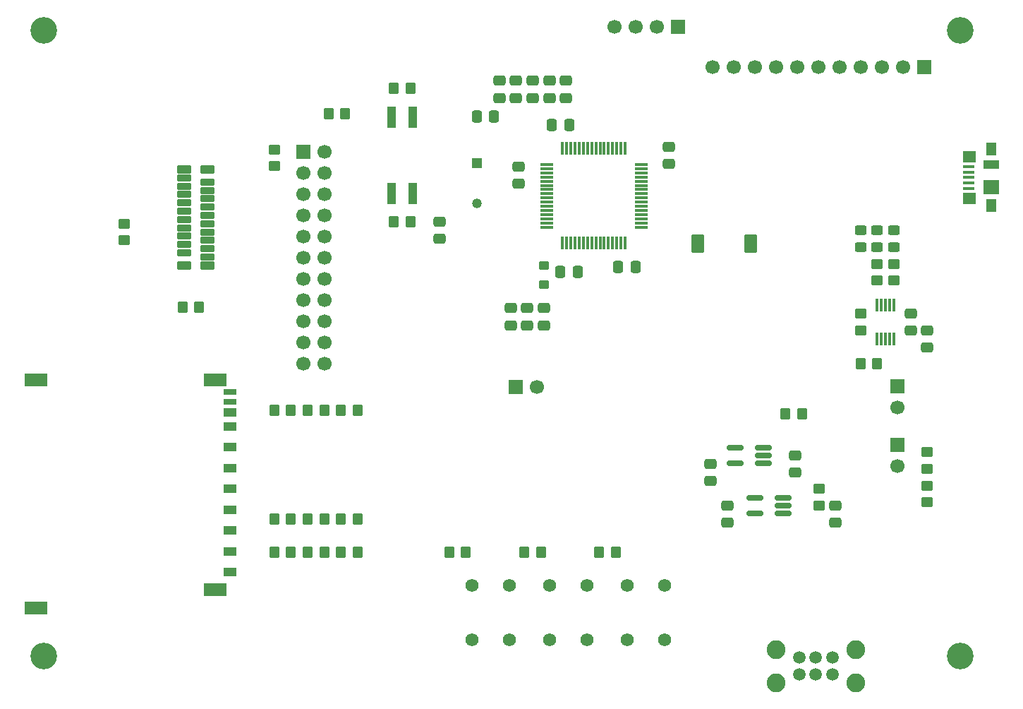
<source format=gbr>
%TF.GenerationSoftware,KiCad,Pcbnew,9.0.4*%
%TF.CreationDate,2025-10-10T21:12:29+02:00*%
%TF.ProjectId,fotoaparat,666f746f-6170-4617-9261-742e6b696361,rev?*%
%TF.SameCoordinates,Original*%
%TF.FileFunction,Soldermask,Top*%
%TF.FilePolarity,Negative*%
%FSLAX46Y46*%
G04 Gerber Fmt 4.6, Leading zero omitted, Abs format (unit mm)*
G04 Created by KiCad (PCBNEW 9.0.4) date 2025-10-10 21:12:29*
%MOMM*%
%LPD*%
G01*
G04 APERTURE LIST*
G04 Aperture macros list*
%AMRoundRect*
0 Rectangle with rounded corners*
0 $1 Rounding radius*
0 $2 $3 $4 $5 $6 $7 $8 $9 X,Y pos of 4 corners*
0 Add a 4 corners polygon primitive as box body*
4,1,4,$2,$3,$4,$5,$6,$7,$8,$9,$2,$3,0*
0 Add four circle primitives for the rounded corners*
1,1,$1+$1,$2,$3*
1,1,$1+$1,$4,$5*
1,1,$1+$1,$6,$7*
1,1,$1+$1,$8,$9*
0 Add four rect primitives between the rounded corners*
20,1,$1+$1,$2,$3,$4,$5,0*
20,1,$1+$1,$4,$5,$6,$7,0*
20,1,$1+$1,$6,$7,$8,$9,0*
20,1,$1+$1,$8,$9,$2,$3,0*%
G04 Aperture macros list end*
%ADD10R,1.700000X1.700000*%
%ADD11C,1.700000*%
%ADD12RoundRect,0.250000X-0.475000X0.337500X-0.475000X-0.337500X0.475000X-0.337500X0.475000X0.337500X0*%
%ADD13RoundRect,0.250000X-0.550000X-0.850000X0.550000X-0.850000X0.550000X0.850000X-0.550000X0.850000X0*%
%ADD14RoundRect,0.250000X-0.350000X-0.450000X0.350000X-0.450000X0.350000X0.450000X-0.350000X0.450000X0*%
%ADD15C,1.575000*%
%ADD16RoundRect,0.250000X0.350000X0.450000X-0.350000X0.450000X-0.350000X-0.450000X0.350000X-0.450000X0*%
%ADD17C,3.200000*%
%ADD18RoundRect,0.162500X0.837500X0.162500X-0.837500X0.162500X-0.837500X-0.162500X0.837500X-0.162500X0*%
%ADD19R,1.380000X0.450000*%
%ADD20R,1.550000X1.425000*%
%ADD21R,1.300000X1.650000*%
%ADD22R,1.900000X1.800000*%
%ADD23R,1.900000X1.000000*%
%ADD24RoundRect,0.250000X-0.450000X0.350000X-0.450000X-0.350000X0.450000X-0.350000X0.450000X0.350000X0*%
%ADD25RoundRect,0.250000X-0.350000X0.275000X-0.350000X-0.275000X0.350000X-0.275000X0.350000X0.275000X0*%
%ADD26RoundRect,0.250000X-0.337500X-0.475000X0.337500X-0.475000X0.337500X0.475000X-0.337500X0.475000X0*%
%ADD27RoundRect,0.250000X0.475000X-0.337500X0.475000X0.337500X-0.475000X0.337500X-0.475000X-0.337500X0*%
%ADD28RoundRect,0.250000X0.450000X-0.325000X0.450000X0.325000X-0.450000X0.325000X-0.450000X-0.325000X0*%
%ADD29RoundRect,0.075000X-0.700000X-0.075000X0.700000X-0.075000X0.700000X0.075000X-0.700000X0.075000X0*%
%ADD30RoundRect,0.075000X-0.075000X-0.700000X0.075000X-0.700000X0.075000X0.700000X-0.075000X0.700000X0*%
%ADD31RoundRect,0.250000X0.450000X-0.350000X0.450000X0.350000X-0.450000X0.350000X-0.450000X-0.350000X0*%
%ADD32RoundRect,0.250000X0.337500X0.475000X-0.337500X0.475000X-0.337500X-0.475000X0.337500X-0.475000X0*%
%ADD33C,1.500000*%
%ADD34C,2.250000*%
%ADD35R,1.000000X2.500000*%
%ADD36R,1.192000X1.192000*%
%ADD37C,1.192000*%
%ADD38R,1.498600X0.990600*%
%ADD39R,1.498600X0.711200*%
%ADD40R,2.794000X1.498600*%
%ADD41RoundRect,0.102000X-0.750000X0.300000X-0.750000X-0.300000X0.750000X-0.300000X0.750000X0.300000X0*%
%ADD42RoundRect,0.102000X-0.750000X0.400000X-0.750000X-0.400000X0.750000X-0.400000X0.750000X0.400000X0*%
%ADD43R,0.330200X1.512799*%
G04 APERTURE END LIST*
D10*
%TO.C,Free Pins*%
X192025002Y-68806399D03*
D11*
X189485002Y-68806399D03*
X186945002Y-68806399D03*
X184405002Y-68806399D03*
X181865002Y-68806399D03*
X179325002Y-68806399D03*
X176785002Y-68806399D03*
X174245002Y-68806399D03*
X171705002Y-68806399D03*
X169165002Y-68806399D03*
X166625002Y-68806399D03*
%TD*%
D12*
%TO.C,C13*%
X149000000Y-70446949D03*
X149000000Y-72521949D03*
%TD*%
%TO.C,C8*%
X147000000Y-70446949D03*
X147000000Y-72521949D03*
%TD*%
%TO.C,C20*%
X145000000Y-70446949D03*
X145000000Y-72521949D03*
%TD*%
%TO.C,C19*%
X143000000Y-70446949D03*
X143000000Y-72521949D03*
%TD*%
%TO.C,C7*%
X141000000Y-70446949D03*
X141000000Y-72521949D03*
%TD*%
D13*
%TO.C,BZ1*%
X164800000Y-90000000D03*
X171200000Y-90000000D03*
%TD*%
D14*
%TO.C,R2*%
X144000000Y-126969000D03*
X146000000Y-126969000D03*
%TD*%
%TO.C,R1*%
X135000000Y-126969000D03*
X137000000Y-126969000D03*
%TD*%
D11*
%TO.C,TH1*%
X188750002Y-109646399D03*
D10*
X188750002Y-107106399D03*
%TD*%
D15*
%TO.C,S2*%
X160850000Y-131000000D03*
X156350000Y-131000000D03*
X160850000Y-137500000D03*
X156350000Y-137500000D03*
%TD*%
%TO.C,S4*%
X142250000Y-131000000D03*
X137750000Y-131000000D03*
X142250000Y-137500000D03*
X137750000Y-137500000D03*
%TD*%
%TO.C,S3*%
X151550000Y-131000000D03*
X147050000Y-131000000D03*
X151550000Y-137500000D03*
X147050000Y-137500000D03*
%TD*%
D14*
%TO.C,R3*%
X153000000Y-126969000D03*
X155000000Y-126969000D03*
%TD*%
D16*
%TO.C,R24*%
X175350002Y-110406399D03*
X177350002Y-110406399D03*
%TD*%
D17*
%TO.C,H2*%
X86350002Y-139406399D03*
%TD*%
D12*
%TO.C,C6*%
X168350002Y-121368899D03*
X168350002Y-123443899D03*
%TD*%
D18*
%TO.C,IC1*%
X172710000Y-116356399D03*
X172710000Y-115406399D03*
X172710000Y-114456399D03*
X169290000Y-114456399D03*
X169290000Y-116356399D03*
%TD*%
D12*
%TO.C,C1*%
X190350002Y-98368899D03*
X190350002Y-100443899D03*
%TD*%
D16*
%TO.C,R19*%
X120000000Y-123000000D03*
X118000000Y-123000000D03*
%TD*%
D19*
%TO.C,USB*%
X197340000Y-83356399D03*
X197340000Y-82706399D03*
X197340000Y-82056399D03*
X197340000Y-81406399D03*
X197340000Y-80756399D03*
D20*
X197425000Y-84543399D03*
X197425000Y-79569399D03*
D21*
X200000000Y-85431399D03*
D22*
X200000000Y-83206399D03*
D23*
X200000000Y-80506399D03*
D21*
X200000000Y-78681399D03*
%TD*%
D24*
%TO.C,R26*%
X192350002Y-119000000D03*
X192350002Y-121000000D03*
%TD*%
D25*
%TO.C,FB1*%
X146350002Y-92611399D03*
X146350002Y-94911399D03*
%TD*%
D16*
%TO.C,R17*%
X116000000Y-127000000D03*
X114000000Y-127000000D03*
%TD*%
D26*
%TO.C,C21*%
X155275002Y-92761399D03*
X157350002Y-92761399D03*
%TD*%
D16*
%TO.C,R18*%
X124000000Y-123000000D03*
X122000000Y-123000000D03*
%TD*%
D27*
%TO.C,C5*%
X181350002Y-123443899D03*
X181350002Y-121368899D03*
%TD*%
D17*
%TO.C,H3*%
X86350002Y-64406399D03*
%TD*%
D28*
%TO.C,D1*%
X188350002Y-90431399D03*
X188350002Y-88381399D03*
%TD*%
D27*
%TO.C,C18*%
X133800000Y-89437500D03*
X133800000Y-87362500D03*
%TD*%
D24*
%TO.C,R5*%
X186350002Y-92406399D03*
X186350002Y-94406399D03*
%TD*%
D16*
%TO.C,R21*%
X124000000Y-110000000D03*
X122000000Y-110000000D03*
%TD*%
D29*
%TO.C,U1*%
X146675002Y-80511399D03*
X146675002Y-81011399D03*
X146675002Y-81511399D03*
X146675002Y-82011399D03*
X146675002Y-82511399D03*
X146675002Y-83011399D03*
X146675002Y-83511399D03*
X146675002Y-84011399D03*
X146675002Y-84511399D03*
X146675002Y-85011399D03*
X146675002Y-85511399D03*
X146675002Y-86011399D03*
X146675002Y-86511399D03*
X146675002Y-87011399D03*
X146675002Y-87511399D03*
X146675002Y-88011399D03*
D30*
X148600002Y-89936399D03*
X149100002Y-89936399D03*
X149600002Y-89936399D03*
X150100002Y-89936399D03*
X150600002Y-89936399D03*
X151100002Y-89936399D03*
X151600002Y-89936399D03*
X152100002Y-89936399D03*
X152600002Y-89936399D03*
X153100002Y-89936399D03*
X153600002Y-89936399D03*
X154100002Y-89936399D03*
X154600002Y-89936399D03*
X155100002Y-89936399D03*
X155600002Y-89936399D03*
X156100002Y-89936399D03*
D29*
X158025002Y-88011399D03*
X158025002Y-87511399D03*
X158025002Y-87011399D03*
X158025002Y-86511399D03*
X158025002Y-86011399D03*
X158025002Y-85511399D03*
X158025002Y-85011399D03*
X158025002Y-84511399D03*
X158025002Y-84011399D03*
X158025002Y-83511399D03*
X158025002Y-83011399D03*
X158025002Y-82511399D03*
X158025002Y-82011399D03*
X158025002Y-81511399D03*
X158025002Y-81011399D03*
X158025002Y-80511399D03*
D30*
X156100002Y-78586399D03*
X155600002Y-78586399D03*
X155100002Y-78586399D03*
X154600002Y-78586399D03*
X154100002Y-78586399D03*
X153600002Y-78586399D03*
X153100002Y-78586399D03*
X152600002Y-78586399D03*
X152100002Y-78586399D03*
X151600002Y-78586399D03*
X151100002Y-78586399D03*
X150600002Y-78586399D03*
X150100002Y-78586399D03*
X149600002Y-78586399D03*
X149100002Y-78586399D03*
X148600002Y-78586399D03*
%TD*%
D31*
%TO.C,R14*%
X179350002Y-121406399D03*
X179350002Y-119406399D03*
%TD*%
D14*
%TO.C,R10*%
X120500000Y-74400000D03*
X122500000Y-74400000D03*
%TD*%
D10*
%TO.C,+BATT*%
X188750002Y-114106399D03*
D11*
X188750002Y-116646399D03*
%TD*%
D12*
%TO.C,C16*%
X146350002Y-97723899D03*
X146350002Y-99798899D03*
%TD*%
D32*
%TO.C,C17*%
X140387502Y-74761399D03*
X138312502Y-74761399D03*
%TD*%
D14*
%TO.C,R6*%
X184350002Y-104406399D03*
X186350002Y-104406399D03*
%TD*%
D24*
%TO.C,R4*%
X188350002Y-92406399D03*
X188350002Y-94406399D03*
%TD*%
D33*
%TO.C,S1*%
X177000000Y-139637500D03*
X179000000Y-139637500D03*
X181000000Y-139637500D03*
X177000000Y-141637500D03*
X179000000Y-141637500D03*
X181000000Y-141637500D03*
D34*
X174250000Y-138637500D03*
X174250000Y-142637500D03*
X183750000Y-142637500D03*
X183750000Y-138637500D03*
%TD*%
D28*
%TO.C,D2*%
X186350002Y-90456399D03*
X186350002Y-88406399D03*
%TD*%
D12*
%TO.C,C14*%
X142350002Y-97723899D03*
X142350002Y-99798899D03*
%TD*%
D35*
%TO.C,S5*%
X128080002Y-83956399D03*
X130620002Y-83956399D03*
X128080002Y-74856399D03*
X130620002Y-74856399D03*
%TD*%
D14*
%TO.C,R12*%
X128350002Y-71406399D03*
X130350002Y-71406399D03*
%TD*%
D36*
%TO.C,Y1*%
X138350002Y-80321399D03*
D37*
X138350002Y-85201399D03*
%TD*%
D17*
%TO.C,H4*%
X196350002Y-64406399D03*
%TD*%
D18*
%TO.C,IC3*%
X175060002Y-122356399D03*
X175060002Y-121406399D03*
X175060002Y-120456399D03*
X171640002Y-120456399D03*
X171640002Y-122356399D03*
%TD*%
D10*
%TO.C,UART TX*%
X142960000Y-107200000D03*
D11*
X145500000Y-107200000D03*
%TD*%
D26*
%TO.C,C9*%
X148350002Y-93406399D03*
X150425002Y-93406399D03*
%TD*%
D27*
%TO.C,C2*%
X192350002Y-102443899D03*
X192350002Y-100368899D03*
%TD*%
%TO.C,C10*%
X143350002Y-82798899D03*
X143350002Y-80723899D03*
%TD*%
D24*
%TO.C,R13*%
X96000000Y-87600000D03*
X96000000Y-89600000D03*
%TD*%
D38*
%TO.C,SD CARD*%
X108706401Y-126875000D03*
X108706401Y-124375000D03*
X108706401Y-121875000D03*
X108706401Y-119375000D03*
X108706401Y-116875000D03*
X108706401Y-114375000D03*
X108706401Y-111950001D03*
X108706401Y-110249979D03*
X108706401Y-129375000D03*
D39*
X108706401Y-108949999D03*
X108706401Y-107750103D03*
D40*
X106906399Y-106349999D03*
X106906399Y-131450000D03*
X85406399Y-106350002D03*
X85406399Y-133649998D03*
%TD*%
D27*
%TO.C,C4*%
X166350002Y-118443899D03*
X166350002Y-116368899D03*
%TD*%
D16*
%TO.C,R22*%
X120000000Y-110000000D03*
X118000000Y-110000000D03*
%TD*%
D27*
%TO.C,C3*%
X176500000Y-117443899D03*
X176500000Y-115368899D03*
%TD*%
D16*
%TO.C,R20*%
X116000000Y-123000000D03*
X114000000Y-123000000D03*
%TD*%
D24*
%TO.C,R25*%
X192350002Y-115000000D03*
X192350002Y-117000000D03*
%TD*%
D16*
%TO.C,R23*%
X116000000Y-110000000D03*
X114000000Y-110000000D03*
%TD*%
D27*
%TO.C,C12*%
X161350002Y-80443899D03*
X161350002Y-78368899D03*
%TD*%
D16*
%TO.C,R16*%
X120000000Y-127000000D03*
X118000000Y-127000000D03*
%TD*%
D41*
%TO.C,LCD*%
X106000000Y-91600000D03*
X103200000Y-91100000D03*
X106000000Y-90600000D03*
X103200000Y-90100000D03*
X106000000Y-89600000D03*
X103200000Y-89100000D03*
X106000000Y-88600000D03*
X103200000Y-88100000D03*
X106000000Y-87600000D03*
X103200000Y-87100000D03*
X106000000Y-86600000D03*
X103200000Y-86100000D03*
X106000000Y-85600000D03*
X103200000Y-85100000D03*
X106000000Y-84600000D03*
X103200000Y-84100000D03*
X106000000Y-83600000D03*
X103200000Y-83100000D03*
X106000000Y-82600000D03*
X103200000Y-82100000D03*
D42*
X103200000Y-92600000D03*
X106000000Y-92600000D03*
X103200000Y-81100000D03*
X106000000Y-81100000D03*
%TD*%
D31*
%TO.C,R7*%
X184350002Y-100406399D03*
X184350002Y-98406399D03*
%TD*%
D28*
%TO.C,D3*%
X184350002Y-90431399D03*
X184350002Y-88381399D03*
%TD*%
D10*
%TO.C,SWD*%
X162430002Y-64000000D03*
D11*
X159890002Y-64000000D03*
X157350002Y-64000000D03*
X154810002Y-64000000D03*
%TD*%
D16*
%TO.C,R11*%
X130350002Y-87406399D03*
X128350002Y-87406399D03*
%TD*%
%TO.C,R8*%
X105000000Y-97600000D03*
X103000000Y-97600000D03*
%TD*%
D24*
%TO.C,R9*%
X114000000Y-78720000D03*
X114000000Y-80720000D03*
%TD*%
D17*
%TO.C,H1*%
X196350002Y-139406399D03*
%TD*%
D12*
%TO.C,C15*%
X144350002Y-97723899D03*
X144350002Y-99798899D03*
%TD*%
D16*
%TO.C,R15*%
X124000000Y-127000000D03*
X122000000Y-127000000D03*
%TD*%
D43*
%TO.C,U2*%
X188350003Y-97361699D03*
X187850001Y-97361699D03*
X187350002Y-97361699D03*
X186850003Y-97361699D03*
X186350001Y-97361699D03*
X186350001Y-101451099D03*
X186850003Y-101451099D03*
X187350002Y-101451099D03*
X187850001Y-101451099D03*
X188350003Y-101451099D03*
%TD*%
D32*
%TO.C,C11*%
X149387502Y-75761399D03*
X147312502Y-75761399D03*
%TD*%
D10*
%TO.C,CAMERA*%
X117460000Y-79020000D03*
D11*
X120000000Y-79020000D03*
X117460000Y-81560000D03*
X120000000Y-81560000D03*
X117460000Y-84100000D03*
X120000000Y-84100000D03*
X117460000Y-86640000D03*
X120000000Y-86640000D03*
X117460000Y-89180000D03*
X120000000Y-89180000D03*
X117460000Y-91720000D03*
X120000000Y-91720000D03*
X117460000Y-94260000D03*
X120000000Y-94260000D03*
X117460000Y-96800000D03*
X120000000Y-96800000D03*
X117460000Y-99340000D03*
X120000000Y-99340000D03*
X117460000Y-101880000D03*
X120000000Y-101880000D03*
X117460000Y-104420000D03*
X120000000Y-104420000D03*
%TD*%
M02*

</source>
